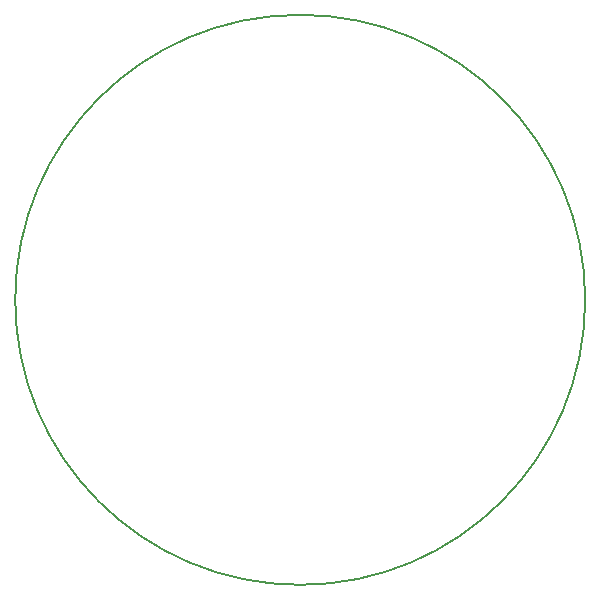
<source format=gbr>
G04 (created by PCBNEW (2013-07-07 BZR 4022)-stable) date 6/7/2014 11:43:34 PM*
%MOIN*%
G04 Gerber Fmt 3.4, Leading zero omitted, Abs format*
%FSLAX34Y34*%
G01*
G70*
G90*
G04 APERTURE LIST*
%ADD10C,0.00393701*%
%ADD11C,0.00590551*%
G04 APERTURE END LIST*
G54D10*
G54D11*
X94500Y-54500D02*
G75*
G03X94500Y-54500I-9500J0D01*
G74*
G01*
M02*

</source>
